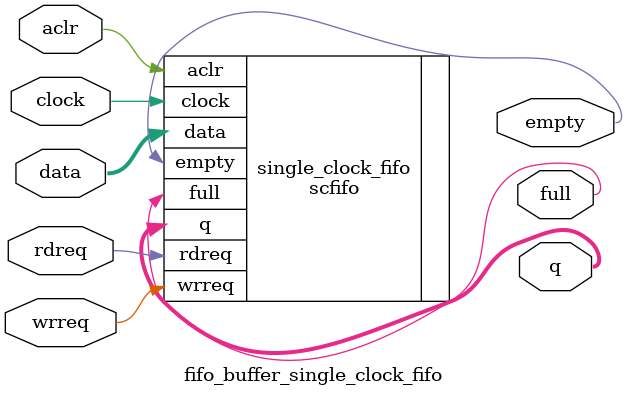
<source format=v>
module fifo_buffer_single_clock_fifo (
                                                   // inputs:
                                                    aclr,
                                                    clock,
                                                    data,
                                                    rdreq,
                                                    wrreq,
                                                   // outputs:
                                                    empty,
                                                    full,
                                                    q
                                                 )
;
  parameter FIFO_DEPTHS = 2;
  parameter FIFO_WIDTHU = 1;
  output           empty;
  output           full;
  output  [ 35: 0] q;
  input            aclr;
  input            clock;
  input   [ 35: 0] data;
  input            rdreq;
  input            wrreq;
  wire             empty;
  wire             full;
  wire    [ 35: 0] q;
  scfifo single_clock_fifo
    (
      .aclr (aclr),
      .clock (clock),
      .data (data),
      .empty (empty),
      .full (full),
      .q (q),
      .rdreq (rdreq),
      .wrreq (wrreq)
    );
  defparam single_clock_fifo.add_ram_output_register = "OFF",
           single_clock_fifo.lpm_numwords = FIFO_DEPTHS,
           single_clock_fifo.lpm_showahead = "OFF",
           single_clock_fifo.lpm_type = "scfifo",
           single_clock_fifo.lpm_width = 36,
           single_clock_fifo.lpm_widthu = FIFO_WIDTHU,
           single_clock_fifo.overflow_checking = "ON",
           single_clock_fifo.underflow_checking = "ON",
           single_clock_fifo.use_eab = "OFF";
endmodule
</source>
